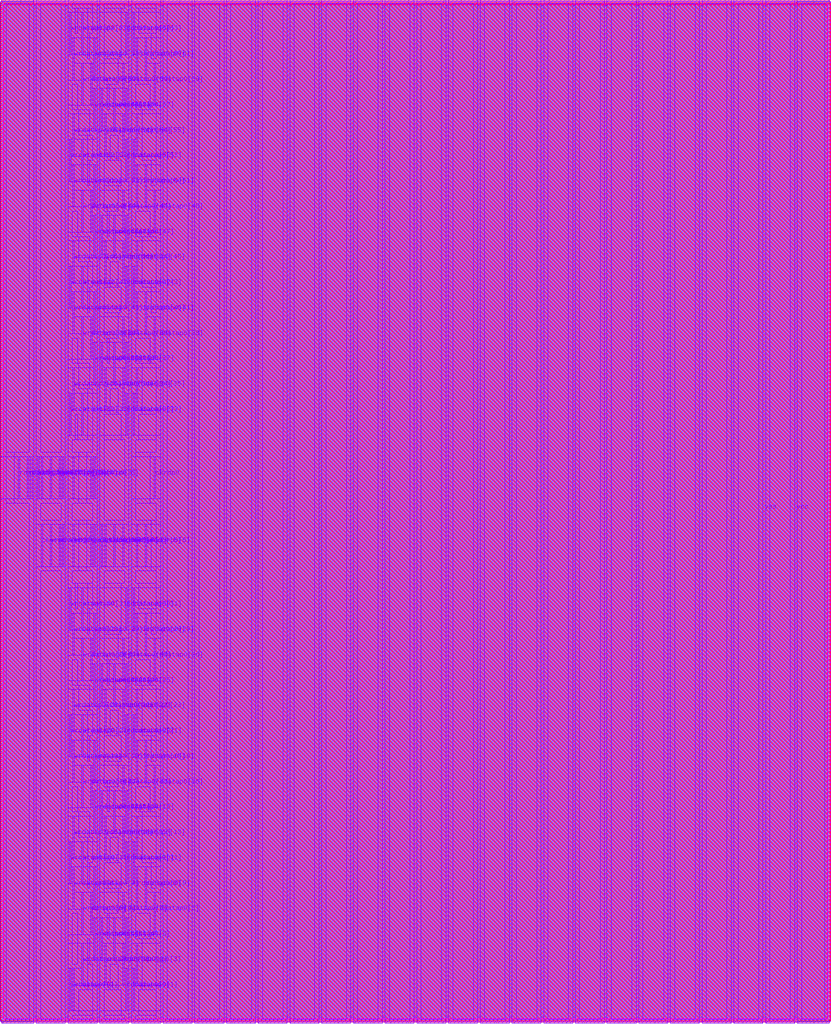
<source format=lef>
VERSION 5.8 ;
BUSBITCHARS "[]" ;
DIVIDERCHAR "/" ;

UNITS
  DATABASE MICRONS 4000 ;
END UNITS

PROPERTYDEFINITIONS
  MACRO hpml_layer STRING ;
  MACRO heml_layer STRING ;
END PROPERTYDEFINITIONS

MACRO arf062b128e1r1w0cbbehsaa4acw
  CLASS BLOCK ;
  FOREIGN arf062b128e1r1w0cbbehsaa4acw ;
  ORIGIN 0 0 ;
  SIZE 23.4 BY 28.8 ;
  PIN ckrdp0
    DIRECTION INPUT ;
    USE SIGNAL ;
    PORT
      LAYER m7 ;
        RECT 4.284 14.76 4.328 15.96 ;
    END
  END ckrdp0
  PIN ckwrp0
    DIRECTION INPUT ;
    USE SIGNAL ;
    PORT
      LAYER m7 ;
        RECT 1.072 12.84 1.116 14.04 ;
    END
  END ckwrp0
  PIN rdaddrp0[0]
    DIRECTION INPUT ;
    USE SIGNAL ;
    PORT
      LAYER m7 ;
        RECT 1.072 14.76 1.116 15.96 ;
    END
  END rdaddrp0[0]
  PIN rdaddrp0[1]
    DIRECTION INPUT ;
    USE SIGNAL ;
    PORT
      LAYER m7 ;
        RECT 1.328 14.76 1.372 15.96 ;
    END
  END rdaddrp0[1]
  PIN rdaddrp0[2]
    DIRECTION INPUT ;
    USE SIGNAL ;
    PORT
      LAYER m7 ;
        RECT 1.584 14.76 1.628 15.96 ;
    END
  END rdaddrp0[2]
  PIN rdaddrp0[3]
    DIRECTION INPUT ;
    USE SIGNAL ;
    PORT
      LAYER m7 ;
        RECT 1.672 14.76 1.716 15.96 ;
    END
  END rdaddrp0[3]
  PIN rdaddrp0[4]
    DIRECTION INPUT ;
    USE SIGNAL ;
    PORT
      LAYER m7 ;
        RECT 1.972 14.76 2.016 15.96 ;
    END
  END rdaddrp0[4]
  PIN rdaddrp0[5]
    DIRECTION INPUT ;
    USE SIGNAL ;
    PORT
      LAYER m7 ;
        RECT 2.484 14.76 2.528 15.96 ;
    END
  END rdaddrp0[5]
  PIN rdaddrp0[6]
    DIRECTION INPUT ;
    USE SIGNAL ;
    PORT
      LAYER m7 ;
        RECT 2.572 14.76 2.616 15.96 ;
    END
  END rdaddrp0[6]
  PIN rdaddrp0_fd
    DIRECTION INPUT ;
    USE SIGNAL ;
    PORT
      LAYER m7 ;
        RECT 0.428 14.76 0.472 15.96 ;
    END
  END rdaddrp0_fd
  PIN rdaddrp0_rd
    DIRECTION INPUT ;
    USE SIGNAL ;
    PORT
      LAYER m7 ;
        RECT 0.684 14.76 0.728 15.96 ;
    END
  END rdaddrp0_rd
  PIN rdenp0
    DIRECTION INPUT ;
    USE SIGNAL ;
    PORT
      LAYER m7 ;
        RECT 0.772 14.76 0.816 15.96 ;
    END
  END rdenp0
  PIN sdl_initp0
    DIRECTION INPUT ;
    USE SIGNAL ;
    PORT
      LAYER m7 ;
        RECT 0.984 14.76 1.028 15.96 ;
    END
  END sdl_initp0
  PIN wraddrp0[0]
    DIRECTION INPUT ;
    USE SIGNAL ;
    PORT
      LAYER m7 ;
        RECT 2.572 12.84 2.616 14.04 ;
    END
  END wraddrp0[0]
  PIN wraddrp0[1]
    DIRECTION INPUT ;
    USE SIGNAL ;
    PORT
      LAYER m7 ;
        RECT 2.784 12.84 2.828 14.04 ;
    END
  END wraddrp0[1]
  PIN wraddrp0[2]
    DIRECTION INPUT ;
    USE SIGNAL ;
    PORT
      LAYER m7 ;
        RECT 2.872 12.84 2.916 14.04 ;
    END
  END wraddrp0[2]
  PIN wraddrp0[3]
    DIRECTION INPUT ;
    USE SIGNAL ;
    PORT
      LAYER m7 ;
        RECT 3.128 12.84 3.172 14.04 ;
    END
  END wraddrp0[3]
  PIN wraddrp0[4]
    DIRECTION INPUT ;
    USE SIGNAL ;
    PORT
      LAYER m7 ;
        RECT 3.384 12.84 3.428 14.04 ;
    END
  END wraddrp0[4]
  PIN wraddrp0[5]
    DIRECTION INPUT ;
    USE SIGNAL ;
    PORT
      LAYER m7 ;
        RECT 3.772 12.84 3.816 14.04 ;
    END
  END wraddrp0[5]
  PIN wraddrp0[6]
    DIRECTION INPUT ;
    USE SIGNAL ;
    PORT
      LAYER m7 ;
        RECT 4.028 12.84 4.072 14.04 ;
    END
  END wraddrp0[6]
  PIN wraddrp0_fd
    DIRECTION INPUT ;
    USE SIGNAL ;
    PORT
      LAYER m7 ;
        RECT 1.328 12.84 1.372 14.04 ;
    END
  END wraddrp0_fd
  PIN wraddrp0_rd
    DIRECTION INPUT ;
    USE SIGNAL ;
    PORT
      LAYER m7 ;
        RECT 1.584 12.84 1.628 14.04 ;
    END
  END wraddrp0_rd
  PIN wrdatap0[0]
    DIRECTION INPUT ;
    USE SIGNAL ;
    PORT
      LAYER m7 ;
        RECT 1.884 0.24 1.928 1.44 ;
    END
  END wrdatap0[0]
  PIN wrdatap0[10]
    DIRECTION INPUT ;
    USE SIGNAL ;
    PORT
      LAYER m7 ;
        RECT 1.884 3.84 1.928 5.04 ;
    END
  END wrdatap0[10]
  PIN wrdatap0[11]
    DIRECTION INPUT ;
    USE SIGNAL ;
    PORT
      LAYER m7 ;
        RECT 2.228 3.84 2.272 5.04 ;
    END
  END wrdatap0[11]
  PIN wrdatap0[12]
    DIRECTION INPUT ;
    USE SIGNAL ;
    PORT
      LAYER m7 ;
        RECT 2.872 4.56 2.916 5.76 ;
    END
  END wrdatap0[12]
  PIN wrdatap0[13]
    DIRECTION INPUT ;
    USE SIGNAL ;
    PORT
      LAYER m7 ;
        RECT 1.972 4.56 2.016 5.76 ;
    END
  END wrdatap0[13]
  PIN wrdatap0[14]
    DIRECTION INPUT ;
    USE SIGNAL ;
    PORT
      LAYER m7 ;
        RECT 2.572 5.28 2.616 6.48 ;
    END
  END wrdatap0[14]
  PIN wrdatap0[15]
    DIRECTION INPUT ;
    USE SIGNAL ;
    PORT
      LAYER m7 ;
        RECT 2.784 5.28 2.828 6.48 ;
    END
  END wrdatap0[15]
  PIN wrdatap0[16]
    DIRECTION INPUT ;
    USE SIGNAL ;
    PORT
      LAYER m7 ;
        RECT 2.228 6 2.272 7.2 ;
    END
  END wrdatap0[16]
  PIN wrdatap0[17]
    DIRECTION INPUT ;
    USE SIGNAL ;
    PORT
      LAYER m7 ;
        RECT 2.484 6 2.528 7.2 ;
    END
  END wrdatap0[17]
  PIN wrdatap0[18]
    DIRECTION INPUT ;
    USE SIGNAL ;
    PORT
      LAYER m7 ;
        RECT 1.972 6.72 2.016 7.92 ;
    END
  END wrdatap0[18]
  PIN wrdatap0[19]
    DIRECTION INPUT ;
    USE SIGNAL ;
    PORT
      LAYER m7 ;
        RECT 2.572 6.72 2.616 7.92 ;
    END
  END wrdatap0[19]
  PIN wrdatap0[1]
    DIRECTION INPUT ;
    USE SIGNAL ;
    PORT
      LAYER m7 ;
        RECT 1.972 0.24 2.016 1.44 ;
    END
  END wrdatap0[1]
  PIN wrdatap0[20]
    DIRECTION INPUT ;
    USE SIGNAL ;
    PORT
      LAYER m7 ;
        RECT 1.884 7.44 1.928 8.64 ;
    END
  END wrdatap0[20]
  PIN wrdatap0[21]
    DIRECTION INPUT ;
    USE SIGNAL ;
    PORT
      LAYER m7 ;
        RECT 2.228 7.44 2.272 8.64 ;
    END
  END wrdatap0[21]
  PIN wrdatap0[22]
    DIRECTION INPUT ;
    USE SIGNAL ;
    PORT
      LAYER m7 ;
        RECT 2.872 8.16 2.916 9.36 ;
    END
  END wrdatap0[22]
  PIN wrdatap0[23]
    DIRECTION INPUT ;
    USE SIGNAL ;
    PORT
      LAYER m7 ;
        RECT 1.972 8.16 2.016 9.36 ;
    END
  END wrdatap0[23]
  PIN wrdatap0[24]
    DIRECTION INPUT ;
    USE SIGNAL ;
    PORT
      LAYER m7 ;
        RECT 2.572 8.88 2.616 10.08 ;
    END
  END wrdatap0[24]
  PIN wrdatap0[25]
    DIRECTION INPUT ;
    USE SIGNAL ;
    PORT
      LAYER m7 ;
        RECT 2.784 8.88 2.828 10.08 ;
    END
  END wrdatap0[25]
  PIN wrdatap0[26]
    DIRECTION INPUT ;
    USE SIGNAL ;
    PORT
      LAYER m7 ;
        RECT 2.228 9.6 2.272 10.8 ;
    END
  END wrdatap0[26]
  PIN wrdatap0[27]
    DIRECTION INPUT ;
    USE SIGNAL ;
    PORT
      LAYER m7 ;
        RECT 2.484 9.6 2.528 10.8 ;
    END
  END wrdatap0[27]
  PIN wrdatap0[28]
    DIRECTION INPUT ;
    USE SIGNAL ;
    PORT
      LAYER m7 ;
        RECT 1.972 10.32 2.016 11.52 ;
    END
  END wrdatap0[28]
  PIN wrdatap0[29]
    DIRECTION INPUT ;
    USE SIGNAL ;
    PORT
      LAYER m7 ;
        RECT 2.572 10.32 2.616 11.52 ;
    END
  END wrdatap0[29]
  PIN wrdatap0[2]
    DIRECTION INPUT ;
    USE SIGNAL ;
    PORT
      LAYER m7 ;
        RECT 2.872 0.96 2.916 2.16 ;
    END
  END wrdatap0[2]
  PIN wrdatap0[30]
    DIRECTION INPUT ;
    USE SIGNAL ;
    PORT
      LAYER m7 ;
        RECT 1.884 11.04 1.928 12.24 ;
    END
  END wrdatap0[30]
  PIN wrdatap0[31]
    DIRECTION INPUT ;
    USE SIGNAL ;
    PORT
      LAYER m7 ;
        RECT 2.228 11.04 2.272 12.24 ;
    END
  END wrdatap0[31]
  PIN wrdatap0[32]
    DIRECTION INPUT ;
    USE SIGNAL ;
    PORT
      LAYER m7 ;
        RECT 1.884 16.56 1.928 17.76 ;
    END
  END wrdatap0[32]
  PIN wrdatap0[33]
    DIRECTION INPUT ;
    USE SIGNAL ;
    PORT
      LAYER m7 ;
        RECT 2.228 16.56 2.272 17.76 ;
    END
  END wrdatap0[33]
  PIN wrdatap0[34]
    DIRECTION INPUT ;
    USE SIGNAL ;
    PORT
      LAYER m7 ;
        RECT 2.872 17.28 2.916 18.48 ;
    END
  END wrdatap0[34]
  PIN wrdatap0[35]
    DIRECTION INPUT ;
    USE SIGNAL ;
    PORT
      LAYER m7 ;
        RECT 1.972 17.28 2.016 18.48 ;
    END
  END wrdatap0[35]
  PIN wrdatap0[36]
    DIRECTION INPUT ;
    USE SIGNAL ;
    PORT
      LAYER m7 ;
        RECT 2.572 18 2.616 19.2 ;
    END
  END wrdatap0[36]
  PIN wrdatap0[37]
    DIRECTION INPUT ;
    USE SIGNAL ;
    PORT
      LAYER m7 ;
        RECT 2.784 18 2.828 19.2 ;
    END
  END wrdatap0[37]
  PIN wrdatap0[38]
    DIRECTION INPUT ;
    USE SIGNAL ;
    PORT
      LAYER m7 ;
        RECT 2.228 18.72 2.272 19.92 ;
    END
  END wrdatap0[38]
  PIN wrdatap0[39]
    DIRECTION INPUT ;
    USE SIGNAL ;
    PORT
      LAYER m7 ;
        RECT 2.484 18.72 2.528 19.92 ;
    END
  END wrdatap0[39]
  PIN wrdatap0[3]
    DIRECTION INPUT ;
    USE SIGNAL ;
    PORT
      LAYER m7 ;
        RECT 2.228 0.96 2.272 2.16 ;
    END
  END wrdatap0[3]
  PIN wrdatap0[40]
    DIRECTION INPUT ;
    USE SIGNAL ;
    PORT
      LAYER m7 ;
        RECT 1.972 19.44 2.016 20.64 ;
    END
  END wrdatap0[40]
  PIN wrdatap0[41]
    DIRECTION INPUT ;
    USE SIGNAL ;
    PORT
      LAYER m7 ;
        RECT 2.572 19.44 2.616 20.64 ;
    END
  END wrdatap0[41]
  PIN wrdatap0[42]
    DIRECTION INPUT ;
    USE SIGNAL ;
    PORT
      LAYER m7 ;
        RECT 1.884 20.16 1.928 21.36 ;
    END
  END wrdatap0[42]
  PIN wrdatap0[43]
    DIRECTION INPUT ;
    USE SIGNAL ;
    PORT
      LAYER m7 ;
        RECT 2.228 20.16 2.272 21.36 ;
    END
  END wrdatap0[43]
  PIN wrdatap0[44]
    DIRECTION INPUT ;
    USE SIGNAL ;
    PORT
      LAYER m7 ;
        RECT 2.872 20.88 2.916 22.08 ;
    END
  END wrdatap0[44]
  PIN wrdatap0[45]
    DIRECTION INPUT ;
    USE SIGNAL ;
    PORT
      LAYER m7 ;
        RECT 1.972 20.88 2.016 22.08 ;
    END
  END wrdatap0[45]
  PIN wrdatap0[46]
    DIRECTION INPUT ;
    USE SIGNAL ;
    PORT
      LAYER m7 ;
        RECT 2.572 21.6 2.616 22.8 ;
    END
  END wrdatap0[46]
  PIN wrdatap0[47]
    DIRECTION INPUT ;
    USE SIGNAL ;
    PORT
      LAYER m7 ;
        RECT 2.784 21.6 2.828 22.8 ;
    END
  END wrdatap0[47]
  PIN wrdatap0[48]
    DIRECTION INPUT ;
    USE SIGNAL ;
    PORT
      LAYER m7 ;
        RECT 2.228 22.32 2.272 23.52 ;
    END
  END wrdatap0[48]
  PIN wrdatap0[49]
    DIRECTION INPUT ;
    USE SIGNAL ;
    PORT
      LAYER m7 ;
        RECT 2.484 22.32 2.528 23.52 ;
    END
  END wrdatap0[49]
  PIN wrdatap0[4]
    DIRECTION INPUT ;
    USE SIGNAL ;
    PORT
      LAYER m7 ;
        RECT 2.572 1.68 2.616 2.88 ;
    END
  END wrdatap0[4]
  PIN wrdatap0[50]
    DIRECTION INPUT ;
    USE SIGNAL ;
    PORT
      LAYER m7 ;
        RECT 1.972 23.04 2.016 24.24 ;
    END
  END wrdatap0[50]
  PIN wrdatap0[51]
    DIRECTION INPUT ;
    USE SIGNAL ;
    PORT
      LAYER m7 ;
        RECT 2.572 23.04 2.616 24.24 ;
    END
  END wrdatap0[51]
  PIN wrdatap0[52]
    DIRECTION INPUT ;
    USE SIGNAL ;
    PORT
      LAYER m7 ;
        RECT 1.884 23.76 1.928 24.96 ;
    END
  END wrdatap0[52]
  PIN wrdatap0[53]
    DIRECTION INPUT ;
    USE SIGNAL ;
    PORT
      LAYER m7 ;
        RECT 2.228 23.76 2.272 24.96 ;
    END
  END wrdatap0[53]
  PIN wrdatap0[54]
    DIRECTION INPUT ;
    USE SIGNAL ;
    PORT
      LAYER m7 ;
        RECT 2.872 24.48 2.916 25.68 ;
    END
  END wrdatap0[54]
  PIN wrdatap0[55]
    DIRECTION INPUT ;
    USE SIGNAL ;
    PORT
      LAYER m7 ;
        RECT 1.972 24.48 2.016 25.68 ;
    END
  END wrdatap0[55]
  PIN wrdatap0[56]
    DIRECTION INPUT ;
    USE SIGNAL ;
    PORT
      LAYER m7 ;
        RECT 2.572 25.2 2.616 26.4 ;
    END
  END wrdatap0[56]
  PIN wrdatap0[57]
    DIRECTION INPUT ;
    USE SIGNAL ;
    PORT
      LAYER m7 ;
        RECT 2.784 25.2 2.828 26.4 ;
    END
  END wrdatap0[57]
  PIN wrdatap0[58]
    DIRECTION INPUT ;
    USE SIGNAL ;
    PORT
      LAYER m7 ;
        RECT 2.228 25.92 2.272 27.12 ;
    END
  END wrdatap0[58]
  PIN wrdatap0[59]
    DIRECTION INPUT ;
    USE SIGNAL ;
    PORT
      LAYER m7 ;
        RECT 2.484 25.92 2.528 27.12 ;
    END
  END wrdatap0[59]
  PIN wrdatap0[5]
    DIRECTION INPUT ;
    USE SIGNAL ;
    PORT
      LAYER m7 ;
        RECT 2.784 1.68 2.828 2.88 ;
    END
  END wrdatap0[5]
  PIN wrdatap0[60]
    DIRECTION INPUT ;
    USE SIGNAL ;
    PORT
      LAYER m7 ;
        RECT 1.972 26.64 2.016 27.84 ;
    END
  END wrdatap0[60]
  PIN wrdatap0[61]
    DIRECTION INPUT ;
    USE SIGNAL ;
    PORT
      LAYER m7 ;
        RECT 2.572 26.64 2.616 27.84 ;
    END
  END wrdatap0[61]
  PIN wrdatap0[62]
    DIRECTION INPUT ;
    USE SIGNAL ;
    PORT
      LAYER m7 ;
        RECT 1.884 27.36 1.928 28.56 ;
    END
  END wrdatap0[62]
  PIN wrdatap0[63]
    DIRECTION INPUT ;
    USE SIGNAL ;
    PORT
      LAYER m7 ;
        RECT 2.228 27.36 2.272 28.56 ;
    END
  END wrdatap0[63]
  PIN wrdatap0[6]
    DIRECTION INPUT ;
    USE SIGNAL ;
    PORT
      LAYER m7 ;
        RECT 2.228 2.4 2.272 3.6 ;
    END
  END wrdatap0[6]
  PIN wrdatap0[7]
    DIRECTION INPUT ;
    USE SIGNAL ;
    PORT
      LAYER m7 ;
        RECT 2.484 2.4 2.528 3.6 ;
    END
  END wrdatap0[7]
  PIN wrdatap0[8]
    DIRECTION INPUT ;
    USE SIGNAL ;
    PORT
      LAYER m7 ;
        RECT 1.972 3.12 2.016 4.32 ;
    END
  END wrdatap0[8]
  PIN wrdatap0[9]
    DIRECTION INPUT ;
    USE SIGNAL ;
    PORT
      LAYER m7 ;
        RECT 2.572 3.12 2.616 4.32 ;
    END
  END wrdatap0[9]
  PIN wrdatap0_fd
    DIRECTION INPUT ;
    USE SIGNAL ;
    PORT
      LAYER m7 ;
        RECT 1.972 12.84 2.016 14.04 ;
    END
  END wrdatap0_fd
  PIN wrdatap0_rd
    DIRECTION INPUT ;
    USE SIGNAL ;
    PORT
      LAYER m7 ;
        RECT 2.484 12.84 2.528 14.04 ;
    END
  END wrdatap0_rd
  PIN wrenp0
    DIRECTION INPUT ;
    USE SIGNAL ;
    PORT
      LAYER m7 ;
        RECT 1.672 12.84 1.716 14.04 ;
    END
  END wrenp0
  PIN rddatap0[0]
    DIRECTION OUTPUT ;
    USE SIGNAL ;
    PORT
      LAYER m7 ;
        RECT 3.472 0.24 3.516 1.44 ;
    END
  END rddatap0[0]
  PIN rddatap0[10]
    DIRECTION OUTPUT ;
    USE SIGNAL ;
    PORT
      LAYER m7 ;
        RECT 3.472 3.84 3.516 5.04 ;
    END
  END rddatap0[10]
  PIN rddatap0[11]
    DIRECTION OUTPUT ;
    USE SIGNAL ;
    PORT
      LAYER m7 ;
        RECT 3.684 3.84 3.728 5.04 ;
    END
  END rddatap0[11]
  PIN rddatap0[12]
    DIRECTION OUTPUT ;
    USE SIGNAL ;
    PORT
      LAYER m7 ;
        RECT 3.384 4.56 3.428 5.76 ;
    END
  END rddatap0[12]
  PIN rddatap0[13]
    DIRECTION OUTPUT ;
    USE SIGNAL ;
    PORT
      LAYER m7 ;
        RECT 3.772 4.56 3.816 5.76 ;
    END
  END rddatap0[13]
  PIN rddatap0[14]
    DIRECTION OUTPUT ;
    USE SIGNAL ;
    PORT
      LAYER m7 ;
        RECT 3.128 5.28 3.172 6.48 ;
    END
  END rddatap0[14]
  PIN rddatap0[15]
    DIRECTION OUTPUT ;
    USE SIGNAL ;
    PORT
      LAYER m7 ;
        RECT 3.472 5.28 3.516 6.48 ;
    END
  END rddatap0[15]
  PIN rddatap0[16]
    DIRECTION OUTPUT ;
    USE SIGNAL ;
    PORT
      LAYER m7 ;
        RECT 4.284 6 4.328 7.2 ;
    END
  END rddatap0[16]
  PIN rddatap0[17]
    DIRECTION OUTPUT ;
    USE SIGNAL ;
    PORT
      LAYER m7 ;
        RECT 3.384 6 3.428 7.2 ;
    END
  END rddatap0[17]
  PIN rddatap0[18]
    DIRECTION OUTPUT ;
    USE SIGNAL ;
    PORT
      LAYER m7 ;
        RECT 3.772 6.72 3.816 7.92 ;
    END
  END rddatap0[18]
  PIN rddatap0[19]
    DIRECTION OUTPUT ;
    USE SIGNAL ;
    PORT
      LAYER m7 ;
        RECT 4.028 6.72 4.072 7.92 ;
    END
  END rddatap0[19]
  PIN rddatap0[1]
    DIRECTION OUTPUT ;
    USE SIGNAL ;
    PORT
      LAYER m7 ;
        RECT 3.684 0.24 3.728 1.44 ;
    END
  END rddatap0[1]
  PIN rddatap0[20]
    DIRECTION OUTPUT ;
    USE SIGNAL ;
    PORT
      LAYER m7 ;
        RECT 3.472 7.44 3.516 8.64 ;
    END
  END rddatap0[20]
  PIN rddatap0[21]
    DIRECTION OUTPUT ;
    USE SIGNAL ;
    PORT
      LAYER m7 ;
        RECT 3.684 7.44 3.728 8.64 ;
    END
  END rddatap0[21]
  PIN rddatap0[22]
    DIRECTION OUTPUT ;
    USE SIGNAL ;
    PORT
      LAYER m7 ;
        RECT 3.384 8.16 3.428 9.36 ;
    END
  END rddatap0[22]
  PIN rddatap0[23]
    DIRECTION OUTPUT ;
    USE SIGNAL ;
    PORT
      LAYER m7 ;
        RECT 3.772 8.16 3.816 9.36 ;
    END
  END rddatap0[23]
  PIN rddatap0[24]
    DIRECTION OUTPUT ;
    USE SIGNAL ;
    PORT
      LAYER m7 ;
        RECT 3.128 8.88 3.172 10.08 ;
    END
  END rddatap0[24]
  PIN rddatap0[25]
    DIRECTION OUTPUT ;
    USE SIGNAL ;
    PORT
      LAYER m7 ;
        RECT 3.472 8.88 3.516 10.08 ;
    END
  END rddatap0[25]
  PIN rddatap0[26]
    DIRECTION OUTPUT ;
    USE SIGNAL ;
    PORT
      LAYER m7 ;
        RECT 4.284 9.6 4.328 10.8 ;
    END
  END rddatap0[26]
  PIN rddatap0[27]
    DIRECTION OUTPUT ;
    USE SIGNAL ;
    PORT
      LAYER m7 ;
        RECT 3.384 9.6 3.428 10.8 ;
    END
  END rddatap0[27]
  PIN rddatap0[28]
    DIRECTION OUTPUT ;
    USE SIGNAL ;
    PORT
      LAYER m7 ;
        RECT 3.772 10.32 3.816 11.52 ;
    END
  END rddatap0[28]
  PIN rddatap0[29]
    DIRECTION OUTPUT ;
    USE SIGNAL ;
    PORT
      LAYER m7 ;
        RECT 4.028 10.32 4.072 11.52 ;
    END
  END rddatap0[29]
  PIN rddatap0[2]
    DIRECTION OUTPUT ;
    USE SIGNAL ;
    PORT
      LAYER m7 ;
        RECT 3.384 0.96 3.428 2.16 ;
    END
  END rddatap0[2]
  PIN rddatap0[30]
    DIRECTION OUTPUT ;
    USE SIGNAL ;
    PORT
      LAYER m7 ;
        RECT 3.472 11.04 3.516 12.24 ;
    END
  END rddatap0[30]
  PIN rddatap0[31]
    DIRECTION OUTPUT ;
    USE SIGNAL ;
    PORT
      LAYER m7 ;
        RECT 3.684 11.04 3.728 12.24 ;
    END
  END rddatap0[31]
  PIN rddatap0[32]
    DIRECTION OUTPUT ;
    USE SIGNAL ;
    PORT
      LAYER m7 ;
        RECT 3.472 16.56 3.516 17.76 ;
    END
  END rddatap0[32]
  PIN rddatap0[33]
    DIRECTION OUTPUT ;
    USE SIGNAL ;
    PORT
      LAYER m7 ;
        RECT 3.684 16.56 3.728 17.76 ;
    END
  END rddatap0[33]
  PIN rddatap0[34]
    DIRECTION OUTPUT ;
    USE SIGNAL ;
    PORT
      LAYER m7 ;
        RECT 3.384 17.28 3.428 18.48 ;
    END
  END rddatap0[34]
  PIN rddatap0[35]
    DIRECTION OUTPUT ;
    USE SIGNAL ;
    PORT
      LAYER m7 ;
        RECT 3.772 17.28 3.816 18.48 ;
    END
  END rddatap0[35]
  PIN rddatap0[36]
    DIRECTION OUTPUT ;
    USE SIGNAL ;
    PORT
      LAYER m7 ;
        RECT 3.128 18 3.172 19.2 ;
    END
  END rddatap0[36]
  PIN rddatap0[37]
    DIRECTION OUTPUT ;
    USE SIGNAL ;
    PORT
      LAYER m7 ;
        RECT 3.472 18 3.516 19.2 ;
    END
  END rddatap0[37]
  PIN rddatap0[38]
    DIRECTION OUTPUT ;
    USE SIGNAL ;
    PORT
      LAYER m7 ;
        RECT 4.284 18.72 4.328 19.92 ;
    END
  END rddatap0[38]
  PIN rddatap0[39]
    DIRECTION OUTPUT ;
    USE SIGNAL ;
    PORT
      LAYER m7 ;
        RECT 3.384 18.72 3.428 19.92 ;
    END
  END rddatap0[39]
  PIN rddatap0[3]
    DIRECTION OUTPUT ;
    USE SIGNAL ;
    PORT
      LAYER m7 ;
        RECT 3.772 0.96 3.816 2.16 ;
    END
  END rddatap0[3]
  PIN rddatap0[40]
    DIRECTION OUTPUT ;
    USE SIGNAL ;
    PORT
      LAYER m7 ;
        RECT 3.772 19.44 3.816 20.64 ;
    END
  END rddatap0[40]
  PIN rddatap0[41]
    DIRECTION OUTPUT ;
    USE SIGNAL ;
    PORT
      LAYER m7 ;
        RECT 4.028 19.44 4.072 20.64 ;
    END
  END rddatap0[41]
  PIN rddatap0[42]
    DIRECTION OUTPUT ;
    USE SIGNAL ;
    PORT
      LAYER m7 ;
        RECT 3.472 20.16 3.516 21.36 ;
    END
  END rddatap0[42]
  PIN rddatap0[43]
    DIRECTION OUTPUT ;
    USE SIGNAL ;
    PORT
      LAYER m7 ;
        RECT 3.684 20.16 3.728 21.36 ;
    END
  END rddatap0[43]
  PIN rddatap0[44]
    DIRECTION OUTPUT ;
    USE SIGNAL ;
    PORT
      LAYER m7 ;
        RECT 3.384 20.88 3.428 22.08 ;
    END
  END rddatap0[44]
  PIN rddatap0[45]
    DIRECTION OUTPUT ;
    USE SIGNAL ;
    PORT
      LAYER m7 ;
        RECT 3.772 20.88 3.816 22.08 ;
    END
  END rddatap0[45]
  PIN rddatap0[46]
    DIRECTION OUTPUT ;
    USE SIGNAL ;
    PORT
      LAYER m7 ;
        RECT 3.128 21.6 3.172 22.8 ;
    END
  END rddatap0[46]
  PIN rddatap0[47]
    DIRECTION OUTPUT ;
    USE SIGNAL ;
    PORT
      LAYER m7 ;
        RECT 3.472 21.6 3.516 22.8 ;
    END
  END rddatap0[47]
  PIN rddatap0[48]
    DIRECTION OUTPUT ;
    USE SIGNAL ;
    PORT
      LAYER m7 ;
        RECT 4.284 22.32 4.328 23.52 ;
    END
  END rddatap0[48]
  PIN rddatap0[49]
    DIRECTION OUTPUT ;
    USE SIGNAL ;
    PORT
      LAYER m7 ;
        RECT 3.384 22.32 3.428 23.52 ;
    END
  END rddatap0[49]
  PIN rddatap0[4]
    DIRECTION OUTPUT ;
    USE SIGNAL ;
    PORT
      LAYER m7 ;
        RECT 3.128 1.68 3.172 2.88 ;
    END
  END rddatap0[4]
  PIN rddatap0[50]
    DIRECTION OUTPUT ;
    USE SIGNAL ;
    PORT
      LAYER m7 ;
        RECT 3.772 23.04 3.816 24.24 ;
    END
  END rddatap0[50]
  PIN rddatap0[51]
    DIRECTION OUTPUT ;
    USE SIGNAL ;
    PORT
      LAYER m7 ;
        RECT 4.028 23.04 4.072 24.24 ;
    END
  END rddatap0[51]
  PIN rddatap0[52]
    DIRECTION OUTPUT ;
    USE SIGNAL ;
    PORT
      LAYER m7 ;
        RECT 3.472 23.76 3.516 24.96 ;
    END
  END rddatap0[52]
  PIN rddatap0[53]
    DIRECTION OUTPUT ;
    USE SIGNAL ;
    PORT
      LAYER m7 ;
        RECT 3.684 23.76 3.728 24.96 ;
    END
  END rddatap0[53]
  PIN rddatap0[54]
    DIRECTION OUTPUT ;
    USE SIGNAL ;
    PORT
      LAYER m7 ;
        RECT 3.384 24.48 3.428 25.68 ;
    END
  END rddatap0[54]
  PIN rddatap0[55]
    DIRECTION OUTPUT ;
    USE SIGNAL ;
    PORT
      LAYER m7 ;
        RECT 3.772 24.48 3.816 25.68 ;
    END
  END rddatap0[55]
  PIN rddatap0[56]
    DIRECTION OUTPUT ;
    USE SIGNAL ;
    PORT
      LAYER m7 ;
        RECT 3.128 25.2 3.172 26.4 ;
    END
  END rddatap0[56]
  PIN rddatap0[57]
    DIRECTION OUTPUT ;
    USE SIGNAL ;
    PORT
      LAYER m7 ;
        RECT 3.472 25.2 3.516 26.4 ;
    END
  END rddatap0[57]
  PIN rddatap0[58]
    DIRECTION OUTPUT ;
    USE SIGNAL ;
    PORT
      LAYER m7 ;
        RECT 4.284 25.92 4.328 27.12 ;
    END
  END rddatap0[58]
  PIN rddatap0[59]
    DIRECTION OUTPUT ;
    USE SIGNAL ;
    PORT
      LAYER m7 ;
        RECT 3.384 25.92 3.428 27.12 ;
    END
  END rddatap0[59]
  PIN rddatap0[5]
    DIRECTION OUTPUT ;
    USE SIGNAL ;
    PORT
      LAYER m7 ;
        RECT 3.472 1.68 3.516 2.88 ;
    END
  END rddatap0[5]
  PIN rddatap0[60]
    DIRECTION OUTPUT ;
    USE SIGNAL ;
    PORT
      LAYER m7 ;
        RECT 3.772 26.64 3.816 27.84 ;
    END
  END rddatap0[60]
  PIN rddatap0[61]
    DIRECTION OUTPUT ;
    USE SIGNAL ;
    PORT
      LAYER m7 ;
        RECT 4.028 26.64 4.072 27.84 ;
    END
  END rddatap0[61]
  PIN rddatap0[62]
    DIRECTION OUTPUT ;
    USE SIGNAL ;
    PORT
      LAYER m7 ;
        RECT 3.472 27.36 3.516 28.56 ;
    END
  END rddatap0[62]
  PIN rddatap0[63]
    DIRECTION OUTPUT ;
    USE SIGNAL ;
    PORT
      LAYER m7 ;
        RECT 3.684 27.36 3.728 28.56 ;
    END
  END rddatap0[63]
  PIN rddatap0[6]
    DIRECTION OUTPUT ;
    USE SIGNAL ;
    PORT
      LAYER m7 ;
        RECT 4.284 2.4 4.328 3.6 ;
    END
  END rddatap0[6]
  PIN rddatap0[7]
    DIRECTION OUTPUT ;
    USE SIGNAL ;
    PORT
      LAYER m7 ;
        RECT 3.384 2.4 3.428 3.6 ;
    END
  END rddatap0[7]
  PIN rddatap0[8]
    DIRECTION OUTPUT ;
    USE SIGNAL ;
    PORT
      LAYER m7 ;
        RECT 3.772 3.12 3.816 4.32 ;
    END
  END rddatap0[8]
  PIN rddatap0[9]
    DIRECTION OUTPUT ;
    USE SIGNAL ;
    PORT
      LAYER m7 ;
        RECT 4.028 3.12 4.072 4.32 ;
    END
  END rddatap0[9]
  PIN vcc
    DIRECTION INPUT ;
    USE POWER ;
    PORT
      LAYER m7 ;
        RECT 0.862 0.06 0.938 28.74 ;
        RECT 2.662 0.06 2.738 28.74 ;
        RECT 4.462 0.06 4.538 28.74 ;
        RECT 6.262 0.06 6.338 28.74 ;
        RECT 8.062 0.06 8.138 28.74 ;
        RECT 9.862 0.06 9.938 28.74 ;
        RECT 11.662 0.06 11.738 28.74 ;
        RECT 13.462 0.06 13.538 28.74 ;
        RECT 15.262 0.06 15.338 28.74 ;
        RECT 17.062 0.06 17.138 28.74 ;
        RECT 18.862 0.06 18.938 28.74 ;
        RECT 20.662 0.06 20.738 28.74 ;
        RECT 22.462 0.06 22.538 28.74 ;
    END
  END vcc
  PIN vss
    DIRECTION INOUT ;
    USE GROUND ;
    PORT
      LAYER m7 ;
        RECT 1.762 0.06 1.838 28.74 ;
        RECT 3.562 0.06 3.638 28.74 ;
        RECT 5.362 0.06 5.438 28.74 ;
        RECT 7.162 0.06 7.238 28.74 ;
        RECT 8.962 0.06 9.038 28.74 ;
        RECT 10.762 0.06 10.838 28.74 ;
        RECT 12.562 0.06 12.638 28.74 ;
        RECT 14.362 0.06 14.438 28.74 ;
        RECT 16.162 0.06 16.238 28.74 ;
        RECT 17.962 0.06 18.038 28.74 ;
        RECT 19.762 0.06 19.838 28.74 ;
        RECT 21.562 0.06 21.638 28.74 ;
    END
  END vss
  OBS
    LAYER m0 SPACING 0 ;
      RECT -0.016 -0.014 23.416 28.814 ;
    LAYER m1 SPACING 0 ;
      RECT -0.02 -0.02 23.42 28.82 ;
    LAYER m2 SPACING 0 ;
      RECT -0.0705 -0.038 23.4705 28.838 ;
    LAYER m3 SPACING 0 ;
      RECT -0.035 -0.07 23.435 28.87 ;
    LAYER m4 SPACING 0 ;
      RECT -0.07 -0.038 23.47 28.838 ;
    LAYER m5 SPACING 0 ;
      RECT -0.059 -0.09 23.459 28.89 ;
    LAYER m6 SPACING 0 ;
      RECT -0.09 -0.062 23.49 28.862 ;
    LAYER m7 SPACING 0 ;
      RECT 22.538 28.86 23.44 28.92 ;
      RECT 22.538 -0.06 23.492 28.86 ;
      RECT 22.538 -0.12 23.44 -0.06 ;
      RECT 21.638 -0.12 22.462 28.92 ;
      RECT 20.738 -0.12 21.562 28.92 ;
      RECT 19.838 -0.12 20.662 28.92 ;
      RECT 18.938 -0.12 19.762 28.92 ;
      RECT 18.038 -0.12 18.862 28.92 ;
      RECT 17.138 -0.12 17.962 28.92 ;
      RECT 16.238 -0.12 17.062 28.92 ;
      RECT 15.338 -0.12 16.162 28.92 ;
      RECT 14.438 -0.12 15.262 28.92 ;
      RECT 13.538 -0.12 14.362 28.92 ;
      RECT 12.638 -0.12 13.462 28.92 ;
      RECT 11.738 -0.12 12.562 28.92 ;
      RECT 10.838 -0.12 11.662 28.92 ;
      RECT 9.938 -0.12 10.762 28.92 ;
      RECT 9.038 -0.12 9.862 28.92 ;
      RECT 8.138 -0.12 8.962 28.92 ;
      RECT 7.238 -0.12 8.062 28.92 ;
      RECT 6.338 -0.12 7.162 28.92 ;
      RECT 5.438 -0.12 6.262 28.92 ;
      RECT 4.538 -0.12 5.362 28.92 ;
      RECT 3.638 28.56 4.462 28.92 ;
      RECT 3.728 27.84 4.462 28.56 ;
      RECT 3.638 27.36 3.684 28.56 ;
      RECT 3.728 27.36 3.772 27.84 ;
      RECT 4.072 27.12 4.462 27.84 ;
      RECT 3.816 26.64 4.028 27.84 ;
      RECT 3.638 26.64 3.772 27.36 ;
      RECT 4.072 26.64 4.284 27.12 ;
      RECT 4.328 25.92 4.462 27.12 ;
      RECT 3.638 25.92 4.284 26.64 ;
      RECT 3.638 25.68 4.462 25.92 ;
      RECT 3.638 24.96 3.772 25.68 ;
      RECT 3.816 24.48 4.462 25.68 ;
      RECT 3.728 24.48 3.772 24.96 ;
      RECT 3.728 24.24 4.462 24.48 ;
      RECT 3.638 23.76 3.684 24.96 ;
      RECT 3.728 23.76 3.772 24.24 ;
      RECT 4.072 23.52 4.462 24.24 ;
      RECT 3.816 23.04 4.028 24.24 ;
      RECT 3.638 23.04 3.772 23.76 ;
      RECT 4.072 23.04 4.284 23.52 ;
      RECT 4.328 22.32 4.462 23.52 ;
      RECT 3.638 22.32 4.284 23.04 ;
      RECT 3.638 22.08 4.462 22.32 ;
      RECT 3.638 21.36 3.772 22.08 ;
      RECT 3.816 20.88 4.462 22.08 ;
      RECT 3.728 20.88 3.772 21.36 ;
      RECT 3.728 20.64 4.462 20.88 ;
      RECT 3.638 20.16 3.684 21.36 ;
      RECT 3.728 20.16 3.772 20.64 ;
      RECT 4.072 19.92 4.462 20.64 ;
      RECT 3.816 19.44 4.028 20.64 ;
      RECT 3.638 19.44 3.772 20.16 ;
      RECT 4.072 19.44 4.284 19.92 ;
      RECT 4.328 18.72 4.462 19.92 ;
      RECT 3.638 18.72 4.284 19.44 ;
      RECT 3.638 18.48 4.462 18.72 ;
      RECT 3.638 17.76 3.772 18.48 ;
      RECT 3.816 17.28 4.462 18.48 ;
      RECT 3.728 17.28 3.772 17.76 ;
      RECT 3.638 16.56 3.684 17.76 ;
      RECT 3.728 16.56 4.462 17.28 ;
      RECT 3.638 15.96 4.462 16.56 ;
      RECT 3.638 14.76 4.284 15.96 ;
      RECT 4.328 14.76 4.462 15.96 ;
      RECT 3.638 14.04 4.462 14.76 ;
      RECT 3.638 12.84 3.772 14.04 ;
      RECT 3.816 12.84 4.028 14.04 ;
      RECT 4.072 12.84 4.462 14.04 ;
      RECT 3.638 12.24 4.462 12.84 ;
      RECT 3.728 11.52 4.462 12.24 ;
      RECT 3.638 11.04 3.684 12.24 ;
      RECT 3.728 11.04 3.772 11.52 ;
      RECT 4.072 10.8 4.462 11.52 ;
      RECT 3.816 10.32 4.028 11.52 ;
      RECT 3.638 10.32 3.772 11.04 ;
      RECT 4.072 10.32 4.284 10.8 ;
      RECT 4.328 9.6 4.462 10.8 ;
      RECT 3.638 9.6 4.284 10.32 ;
      RECT 3.638 9.36 4.462 9.6 ;
      RECT 3.638 8.64 3.772 9.36 ;
      RECT 3.816 8.16 4.462 9.36 ;
      RECT 3.728 8.16 3.772 8.64 ;
      RECT 3.728 7.92 4.462 8.16 ;
      RECT 3.638 7.44 3.684 8.64 ;
      RECT 3.728 7.44 3.772 7.92 ;
      RECT 4.072 7.2 4.462 7.92 ;
      RECT 3.816 6.72 4.028 7.92 ;
      RECT 3.638 6.72 3.772 7.44 ;
      RECT 4.072 6.72 4.284 7.2 ;
      RECT 4.328 6 4.462 7.2 ;
      RECT 3.638 6 4.284 6.72 ;
      RECT 3.638 5.76 4.462 6 ;
      RECT 3.638 5.04 3.772 5.76 ;
      RECT 3.816 4.56 4.462 5.76 ;
      RECT 3.728 4.56 3.772 5.04 ;
      RECT 3.728 4.32 4.462 4.56 ;
      RECT 3.638 3.84 3.684 5.04 ;
      RECT 3.728 3.84 3.772 4.32 ;
      RECT 4.072 3.6 4.462 4.32 ;
      RECT 3.816 3.12 4.028 4.32 ;
      RECT 3.638 3.12 3.772 3.84 ;
      RECT 4.072 3.12 4.284 3.6 ;
      RECT 4.328 2.4 4.462 3.6 ;
      RECT 3.638 2.4 4.284 3.12 ;
      RECT 3.638 2.16 4.462 2.4 ;
      RECT 3.638 1.44 3.772 2.16 ;
      RECT 3.816 0.96 4.462 2.16 ;
      RECT 3.728 0.96 3.772 1.44 ;
      RECT 3.638 0.24 3.684 1.44 ;
      RECT 3.728 0.24 4.462 0.96 ;
      RECT 3.638 -0.12 4.462 0.24 ;
      RECT 2.738 28.56 3.562 28.92 ;
      RECT 2.738 27.36 3.472 28.56 ;
      RECT 3.516 27.36 3.562 28.56 ;
      RECT 2.738 27.12 3.562 27.36 ;
      RECT 2.738 26.4 3.384 27.12 ;
      RECT 3.428 26.4 3.562 27.12 ;
      RECT 3.172 25.92 3.384 26.4 ;
      RECT 3.428 25.92 3.472 26.4 ;
      RECT 2.828 25.68 3.128 26.4 ;
      RECT 3.172 25.68 3.472 25.92 ;
      RECT 2.738 25.2 2.784 26.4 ;
      RECT 3.516 25.2 3.562 26.4 ;
      RECT 2.828 25.2 2.872 25.68 ;
      RECT 2.916 25.2 3.128 25.68 ;
      RECT 3.172 25.2 3.384 25.68 ;
      RECT 3.428 25.2 3.472 25.68 ;
      RECT 3.428 24.96 3.562 25.2 ;
      RECT 2.738 24.48 2.872 25.2 ;
      RECT 2.916 24.48 3.384 25.2 ;
      RECT 3.428 24.48 3.472 24.96 ;
      RECT 3.516 23.76 3.562 24.96 ;
      RECT 2.738 23.76 3.472 24.48 ;
      RECT 2.738 23.52 3.562 23.76 ;
      RECT 2.738 22.8 3.384 23.52 ;
      RECT 3.428 22.8 3.562 23.52 ;
      RECT 3.172 22.32 3.384 22.8 ;
      RECT 3.428 22.32 3.472 22.8 ;
      RECT 2.828 22.08 3.128 22.8 ;
      RECT 3.172 22.08 3.472 22.32 ;
      RECT 2.738 21.6 2.784 22.8 ;
      RECT 3.516 21.6 3.562 22.8 ;
      RECT 2.828 21.6 2.872 22.08 ;
      RECT 2.916 21.6 3.128 22.08 ;
      RECT 3.172 21.6 3.384 22.08 ;
      RECT 3.428 21.6 3.472 22.08 ;
      RECT 3.428 21.36 3.562 21.6 ;
      RECT 2.738 20.88 2.872 21.6 ;
      RECT 2.916 20.88 3.384 21.6 ;
      RECT 3.428 20.88 3.472 21.36 ;
      RECT 3.516 20.16 3.562 21.36 ;
      RECT 2.738 20.16 3.472 20.88 ;
      RECT 2.738 19.92 3.562 20.16 ;
      RECT 2.738 19.2 3.384 19.92 ;
      RECT 3.428 19.2 3.562 19.92 ;
      RECT 3.172 18.72 3.384 19.2 ;
      RECT 3.428 18.72 3.472 19.2 ;
      RECT 2.828 18.48 3.128 19.2 ;
      RECT 3.172 18.48 3.472 18.72 ;
      RECT 2.738 18 2.784 19.2 ;
      RECT 3.516 18 3.562 19.2 ;
      RECT 2.828 18 2.872 18.48 ;
      RECT 2.916 18 3.128 18.48 ;
      RECT 3.172 18 3.384 18.48 ;
      RECT 3.428 18 3.472 18.48 ;
      RECT 3.428 17.76 3.562 18 ;
      RECT 2.738 17.28 2.872 18 ;
      RECT 2.916 17.28 3.384 18 ;
      RECT 3.428 17.28 3.472 17.76 ;
      RECT 3.516 16.56 3.562 17.76 ;
      RECT 2.738 16.56 3.472 17.28 ;
      RECT 2.738 14.04 3.562 16.56 ;
      RECT 2.738 12.84 2.784 14.04 ;
      RECT 2.828 12.84 2.872 14.04 ;
      RECT 2.916 12.84 3.128 14.04 ;
      RECT 3.172 12.84 3.384 14.04 ;
      RECT 3.428 12.84 3.562 14.04 ;
      RECT 2.738 12.24 3.562 12.84 ;
      RECT 2.738 11.04 3.472 12.24 ;
      RECT 3.516 11.04 3.562 12.24 ;
      RECT 2.738 10.8 3.562 11.04 ;
      RECT 2.738 10.08 3.384 10.8 ;
      RECT 3.428 10.08 3.562 10.8 ;
      RECT 3.172 9.6 3.384 10.08 ;
      RECT 3.428 9.6 3.472 10.08 ;
      RECT 2.828 9.36 3.128 10.08 ;
      RECT 3.172 9.36 3.472 9.6 ;
      RECT 2.738 8.88 2.784 10.08 ;
      RECT 3.516 8.88 3.562 10.08 ;
      RECT 2.828 8.88 2.872 9.36 ;
      RECT 2.916 8.88 3.128 9.36 ;
      RECT 3.172 8.88 3.384 9.36 ;
      RECT 3.428 8.88 3.472 9.36 ;
      RECT 3.428 8.64 3.562 8.88 ;
      RECT 2.738 8.16 2.872 8.88 ;
      RECT 2.916 8.16 3.384 8.88 ;
      RECT 3.428 8.16 3.472 8.64 ;
      RECT 3.516 7.44 3.562 8.64 ;
      RECT 2.738 7.44 3.472 8.16 ;
      RECT 2.738 7.2 3.562 7.44 ;
      RECT 2.738 6.48 3.384 7.2 ;
      RECT 3.428 6.48 3.562 7.2 ;
      RECT 3.172 6 3.384 6.48 ;
      RECT 3.428 6 3.472 6.48 ;
      RECT 2.828 5.76 3.128 6.48 ;
      RECT 3.172 5.76 3.472 6 ;
      RECT 2.738 5.28 2.784 6.48 ;
      RECT 3.516 5.28 3.562 6.48 ;
      RECT 2.828 5.28 2.872 5.76 ;
      RECT 2.916 5.28 3.128 5.76 ;
      RECT 3.172 5.28 3.384 5.76 ;
      RECT 3.428 5.28 3.472 5.76 ;
      RECT 3.428 5.04 3.562 5.28 ;
      RECT 2.738 4.56 2.872 5.28 ;
      RECT 2.916 4.56 3.384 5.28 ;
      RECT 3.428 4.56 3.472 5.04 ;
      RECT 3.516 3.84 3.562 5.04 ;
      RECT 2.738 3.84 3.472 4.56 ;
      RECT 2.738 3.6 3.562 3.84 ;
      RECT 2.738 2.88 3.384 3.6 ;
      RECT 3.428 2.88 3.562 3.6 ;
      RECT 3.172 2.4 3.384 2.88 ;
      RECT 3.428 2.4 3.472 2.88 ;
      RECT 2.828 2.16 3.128 2.88 ;
      RECT 3.172 2.16 3.472 2.4 ;
      RECT 2.738 1.68 2.784 2.88 ;
      RECT 3.516 1.68 3.562 2.88 ;
      RECT 2.828 1.68 2.872 2.16 ;
      RECT 2.916 1.68 3.128 2.16 ;
      RECT 3.172 1.68 3.384 2.16 ;
      RECT 3.428 1.68 3.472 2.16 ;
      RECT 3.428 1.44 3.562 1.68 ;
      RECT 2.738 0.96 2.872 1.68 ;
      RECT 2.916 0.96 3.384 1.68 ;
      RECT 3.428 0.96 3.472 1.44 ;
      RECT 3.516 0.24 3.562 1.44 ;
      RECT 2.738 0.24 3.472 0.96 ;
      RECT 2.738 -0.12 3.562 0.24 ;
      RECT 1.838 28.56 2.662 28.92 ;
      RECT 1.928 27.84 2.228 28.56 ;
      RECT 2.272 27.84 2.662 28.56 ;
      RECT 1.838 27.36 1.884 28.56 ;
      RECT 1.928 27.36 1.972 27.84 ;
      RECT 2.016 27.36 2.228 27.84 ;
      RECT 2.272 27.36 2.572 27.84 ;
      RECT 2.016 27.12 2.572 27.36 ;
      RECT 2.616 26.64 2.662 27.84 ;
      RECT 1.838 26.64 1.972 27.36 ;
      RECT 2.016 26.64 2.228 27.12 ;
      RECT 2.528 26.64 2.572 27.12 ;
      RECT 2.528 26.4 2.662 26.64 ;
      RECT 2.272 25.92 2.484 27.12 ;
      RECT 1.838 25.92 2.228 26.64 ;
      RECT 2.528 25.92 2.572 26.4 ;
      RECT 1.838 25.68 2.572 25.92 ;
      RECT 2.616 25.2 2.662 26.4 ;
      RECT 2.016 25.2 2.572 25.68 ;
      RECT 1.838 24.96 1.972 25.68 ;
      RECT 2.016 24.96 2.662 25.2 ;
      RECT 1.928 24.48 1.972 24.96 ;
      RECT 2.016 24.48 2.228 24.96 ;
      RECT 2.272 24.24 2.662 24.96 ;
      RECT 1.928 24.24 2.228 24.48 ;
      RECT 1.838 23.76 1.884 24.96 ;
      RECT 1.928 23.76 1.972 24.24 ;
      RECT 2.016 23.76 2.228 24.24 ;
      RECT 2.272 23.76 2.572 24.24 ;
      RECT 2.016 23.52 2.572 23.76 ;
      RECT 2.616 23.04 2.662 24.24 ;
      RECT 1.838 23.04 1.972 23.76 ;
      RECT 2.016 23.04 2.228 23.52 ;
      RECT 2.528 23.04 2.572 23.52 ;
      RECT 2.528 22.8 2.662 23.04 ;
      RECT 2.272 22.32 2.484 23.52 ;
      RECT 1.838 22.32 2.228 23.04 ;
      RECT 2.528 22.32 2.572 22.8 ;
      RECT 1.838 22.08 2.572 22.32 ;
      RECT 2.616 21.6 2.662 22.8 ;
      RECT 2.016 21.6 2.572 22.08 ;
      RECT 1.838 21.36 1.972 22.08 ;
      RECT 2.016 21.36 2.662 21.6 ;
      RECT 1.928 20.88 1.972 21.36 ;
      RECT 2.016 20.88 2.228 21.36 ;
      RECT 2.272 20.64 2.662 21.36 ;
      RECT 1.928 20.64 2.228 20.88 ;
      RECT 1.838 20.16 1.884 21.36 ;
      RECT 1.928 20.16 1.972 20.64 ;
      RECT 2.016 20.16 2.228 20.64 ;
      RECT 2.272 20.16 2.572 20.64 ;
      RECT 2.016 19.92 2.572 20.16 ;
      RECT 2.616 19.44 2.662 20.64 ;
      RECT 1.838 19.44 1.972 20.16 ;
      RECT 2.016 19.44 2.228 19.92 ;
      RECT 2.528 19.44 2.572 19.92 ;
      RECT 2.528 19.2 2.662 19.44 ;
      RECT 2.272 18.72 2.484 19.92 ;
      RECT 1.838 18.72 2.228 19.44 ;
      RECT 2.528 18.72 2.572 19.2 ;
      RECT 1.838 18.48 2.572 18.72 ;
      RECT 2.616 18 2.662 19.2 ;
      RECT 2.016 18 2.572 18.48 ;
      RECT 1.838 17.76 1.972 18.48 ;
      RECT 2.016 17.76 2.662 18 ;
      RECT 1.928 17.28 1.972 17.76 ;
      RECT 2.016 17.28 2.228 17.76 ;
      RECT 1.838 16.56 1.884 17.76 ;
      RECT 2.272 16.56 2.662 17.76 ;
      RECT 1.928 16.56 2.228 17.28 ;
      RECT 1.838 15.96 2.662 16.56 ;
      RECT 1.838 14.76 1.972 15.96 ;
      RECT 2.016 14.76 2.484 15.96 ;
      RECT 2.528 14.76 2.572 15.96 ;
      RECT 2.616 14.76 2.662 15.96 ;
      RECT 1.838 14.04 2.662 14.76 ;
      RECT 1.838 12.84 1.972 14.04 ;
      RECT 2.016 12.84 2.484 14.04 ;
      RECT 2.528 12.84 2.572 14.04 ;
      RECT 2.616 12.84 2.662 14.04 ;
      RECT 1.838 12.24 2.662 12.84 ;
      RECT 1.928 11.52 2.228 12.24 ;
      RECT 2.272 11.52 2.662 12.24 ;
      RECT 1.838 11.04 1.884 12.24 ;
      RECT 1.928 11.04 1.972 11.52 ;
      RECT 2.016 11.04 2.228 11.52 ;
      RECT 2.272 11.04 2.572 11.52 ;
      RECT 2.016 10.8 2.572 11.04 ;
      RECT 2.616 10.32 2.662 11.52 ;
      RECT 1.838 10.32 1.972 11.04 ;
      RECT 2.016 10.32 2.228 10.8 ;
      RECT 2.528 10.32 2.572 10.8 ;
      RECT 2.528 10.08 2.662 10.32 ;
      RECT 2.272 9.6 2.484 10.8 ;
      RECT 1.838 9.6 2.228 10.32 ;
      RECT 2.528 9.6 2.572 10.08 ;
      RECT 1.838 9.36 2.572 9.6 ;
      RECT 2.616 8.88 2.662 10.08 ;
      RECT 2.016 8.88 2.572 9.36 ;
      RECT 1.838 8.64 1.972 9.36 ;
      RECT 2.016 8.64 2.662 8.88 ;
      RECT 1.928 8.16 1.972 8.64 ;
      RECT 2.016 8.16 2.228 8.64 ;
      RECT 2.272 7.92 2.662 8.64 ;
      RECT 1.928 7.92 2.228 8.16 ;
      RECT 1.838 7.44 1.884 8.64 ;
      RECT 1.928 7.44 1.972 7.92 ;
      RECT 2.016 7.44 2.228 7.92 ;
      RECT 2.272 7.44 2.572 7.92 ;
      RECT 2.016 7.2 2.572 7.44 ;
      RECT 2.616 6.72 2.662 7.92 ;
      RECT 1.838 6.72 1.972 7.44 ;
      RECT 2.016 6.72 2.228 7.2 ;
      RECT 2.528 6.72 2.572 7.2 ;
      RECT 2.528 6.48 2.662 6.72 ;
      RECT 2.272 6 2.484 7.2 ;
      RECT 1.838 6 2.228 6.72 ;
      RECT 2.528 6 2.572 6.48 ;
      RECT 1.838 5.76 2.572 6 ;
      RECT 2.616 5.28 2.662 6.48 ;
      RECT 2.016 5.28 2.572 5.76 ;
      RECT 1.838 5.04 1.972 5.76 ;
      RECT 2.016 5.04 2.662 5.28 ;
      RECT 1.928 4.56 1.972 5.04 ;
      RECT 2.016 4.56 2.228 5.04 ;
      RECT 2.272 4.32 2.662 5.04 ;
      RECT 1.928 4.32 2.228 4.56 ;
      RECT 1.838 3.84 1.884 5.04 ;
      RECT 1.928 3.84 1.972 4.32 ;
      RECT 2.016 3.84 2.228 4.32 ;
      RECT 2.272 3.84 2.572 4.32 ;
      RECT 2.016 3.6 2.572 3.84 ;
      RECT 2.616 3.12 2.662 4.32 ;
      RECT 1.838 3.12 1.972 3.84 ;
      RECT 2.016 3.12 2.228 3.6 ;
      RECT 2.528 3.12 2.572 3.6 ;
      RECT 2.528 2.88 2.662 3.12 ;
      RECT 2.272 2.4 2.484 3.6 ;
      RECT 1.838 2.4 2.228 3.12 ;
      RECT 2.528 2.4 2.572 2.88 ;
      RECT 1.838 2.16 2.572 2.4 ;
      RECT 2.616 1.68 2.662 2.88 ;
      RECT 2.272 1.68 2.572 2.16 ;
      RECT 1.838 1.44 2.228 2.16 ;
      RECT 2.272 0.96 2.662 1.68 ;
      RECT 2.016 0.96 2.228 1.44 ;
      RECT 1.838 0.24 1.884 1.44 ;
      RECT 1.928 0.24 1.972 1.44 ;
      RECT 2.016 0.24 2.662 0.96 ;
      RECT 1.838 -0.12 2.662 0.24 ;
      RECT 0.938 15.96 1.762 28.92 ;
      RECT 0.938 14.76 0.984 15.96 ;
      RECT 1.028 14.76 1.072 15.96 ;
      RECT 1.116 14.76 1.328 15.96 ;
      RECT 1.372 14.76 1.584 15.96 ;
      RECT 1.628 14.76 1.672 15.96 ;
      RECT 1.716 14.76 1.762 15.96 ;
      RECT 0.938 14.04 1.762 14.76 ;
      RECT 0.938 12.84 1.072 14.04 ;
      RECT 1.116 12.84 1.328 14.04 ;
      RECT 1.372 12.84 1.584 14.04 ;
      RECT 1.628 12.84 1.672 14.04 ;
      RECT 1.716 12.84 1.762 14.04 ;
      RECT 0.938 -0.12 1.762 12.84 ;
      RECT -0.04 28.86 0.862 28.92 ;
      RECT -0.092 15.96 0.862 28.86 ;
      RECT -0.092 14.76 0.428 15.96 ;
      RECT 0.472 14.76 0.684 15.96 ;
      RECT 0.728 14.76 0.772 15.96 ;
      RECT 0.816 14.76 0.862 15.96 ;
      RECT -0.092 -0.06 0.862 14.76 ;
      RECT -0.04 -0.12 0.862 -0.06 ;
    LAYER m7 ;
      RECT 22.658 0 23.32 28.8 ;
      RECT 21.758 0 22.342 28.8 ;
      RECT 20.858 0 21.442 28.8 ;
      RECT 19.958 0 20.542 28.8 ;
      RECT 19.058 0 19.642 28.8 ;
      RECT 18.158 0 18.742 28.8 ;
      RECT 17.258 0 17.842 28.8 ;
      RECT 16.358 0 16.942 28.8 ;
      RECT 15.458 0 16.042 28.8 ;
      RECT 14.558 0 15.142 28.8 ;
      RECT 13.658 0 14.242 28.8 ;
      RECT 12.758 0 13.342 28.8 ;
      RECT 11.858 0 12.442 28.8 ;
      RECT 10.958 0 11.542 28.8 ;
      RECT 10.058 0 10.642 28.8 ;
      RECT 9.158 0 9.742 28.8 ;
      RECT 8.258 0 8.842 28.8 ;
      RECT 7.358 0 7.942 28.8 ;
      RECT 6.458 0 7.042 28.8 ;
      RECT 5.558 0 6.142 28.8 ;
      RECT 4.658 0 5.242 28.8 ;
      RECT 3.758 28.68 4.342 28.8 ;
      RECT 3.848 27.96 4.342 28.68 ;
      RECT 4.192 27.24 4.342 27.96 ;
      RECT 2.858 28.68 3.442 28.8 ;
      RECT 2.858 27.24 3.352 28.68 ;
      RECT 2.858 26.52 3.264 27.24 ;
      RECT 2.948 25.8 3.008 26.52 ;
      RECT 1.958 28.68 2.542 28.8 ;
      RECT 2.048 27.96 2.108 28.68 ;
      RECT 2.392 27.96 2.542 28.68 ;
      RECT 2.392 27.24 2.452 27.96 ;
      RECT 1.058 16.08 1.642 28.8 ;
      RECT 0.08 16.08 0.742 28.8 ;
      RECT 0.08 14.64 0.308 16.08 ;
      RECT 0.08 0 0.742 14.64 ;
      RECT 3.758 25.8 4.164 26.52 ;
      RECT 3.936 24.36 4.342 25.8 ;
      RECT 4.192 23.64 4.342 24.36 ;
      RECT 1.958 25.8 2.108 26.52 ;
      RECT 2.136 25.08 2.452 25.8 ;
      RECT 2.392 24.36 2.542 25.08 ;
      RECT 2.392 23.64 2.452 24.36 ;
      RECT 3.036 24.36 3.264 25.08 ;
      RECT 2.858 23.64 3.352 24.36 ;
      RECT 2.858 22.92 3.264 23.64 ;
      RECT 2.948 22.2 3.008 22.92 ;
      RECT 3.758 22.2 4.164 22.92 ;
      RECT 3.936 20.76 4.342 22.2 ;
      RECT 4.192 20.04 4.342 20.76 ;
      RECT 1.958 22.2 2.108 22.92 ;
      RECT 2.136 21.48 2.452 22.2 ;
      RECT 2.392 20.76 2.542 21.48 ;
      RECT 2.392 20.04 2.452 20.76 ;
      RECT 3.036 20.76 3.264 21.48 ;
      RECT 2.858 20.04 3.352 20.76 ;
      RECT 2.858 19.32 3.264 20.04 ;
      RECT 2.948 18.6 3.008 19.32 ;
      RECT 3.758 18.6 4.164 19.32 ;
      RECT 3.936 17.16 4.342 18.6 ;
      RECT 3.848 16.44 4.342 17.16 ;
      RECT 3.758 16.08 4.342 16.44 ;
      RECT 3.758 14.64 4.164 16.08 ;
      RECT 3.758 14.16 4.342 14.64 ;
      RECT 4.192 12.72 4.342 14.16 ;
      RECT 3.758 12.36 4.342 12.72 ;
      RECT 3.848 11.64 4.342 12.36 ;
      RECT 4.192 10.92 4.342 11.64 ;
      RECT 1.958 18.6 2.108 19.32 ;
      RECT 2.136 17.88 2.452 18.6 ;
      RECT 2.392 16.44 2.542 17.88 ;
      RECT 2.048 16.44 2.108 17.16 ;
      RECT 1.958 16.08 2.542 16.44 ;
      RECT 2.136 14.64 2.364 16.08 ;
      RECT 1.958 14.16 2.542 14.64 ;
      RECT 2.136 12.72 2.364 14.16 ;
      RECT 1.958 12.36 2.542 12.72 ;
      RECT 2.048 11.64 2.108 12.36 ;
      RECT 2.392 11.64 2.542 12.36 ;
      RECT 2.392 10.92 2.452 11.64 ;
      RECT 3.036 17.16 3.264 17.88 ;
      RECT 2.858 16.44 3.352 17.16 ;
      RECT 2.858 14.16 3.442 16.44 ;
      RECT 1.058 14.16 1.642 14.64 ;
      RECT 2.858 12.36 3.442 12.72 ;
      RECT 2.858 10.92 3.352 12.36 ;
      RECT 2.858 10.2 3.264 10.92 ;
      RECT 2.948 9.48 3.008 10.2 ;
      RECT 1.058 0 1.642 12.72 ;
      RECT 3.758 9.48 4.164 10.2 ;
      RECT 3.936 8.04 4.342 9.48 ;
      RECT 4.192 7.32 4.342 8.04 ;
      RECT 1.958 9.48 2.108 10.2 ;
      RECT 2.136 8.76 2.452 9.48 ;
      RECT 2.392 8.04 2.542 8.76 ;
      RECT 2.392 7.32 2.452 8.04 ;
      RECT 3.036 8.04 3.264 8.76 ;
      RECT 2.858 7.32 3.352 8.04 ;
      RECT 2.858 6.6 3.264 7.32 ;
      RECT 2.948 5.88 3.008 6.6 ;
      RECT 3.758 5.88 4.164 6.6 ;
      RECT 3.936 4.44 4.342 5.88 ;
      RECT 4.192 3.72 4.342 4.44 ;
      RECT 1.958 5.88 2.108 6.6 ;
      RECT 2.136 5.16 2.452 5.88 ;
      RECT 2.392 4.44 2.542 5.16 ;
      RECT 2.392 3.72 2.452 4.44 ;
      RECT 3.036 4.44 3.264 5.16 ;
      RECT 2.858 3.72 3.352 4.44 ;
      RECT 2.858 3 3.264 3.72 ;
      RECT 2.948 2.28 3.008 3 ;
      RECT 3.758 2.28 4.164 3 ;
      RECT 3.936 0.84 4.342 2.28 ;
      RECT 3.848 0.12 4.342 0.84 ;
      RECT 3.758 0 4.342 0.12 ;
      RECT 1.958 1.56 2.108 3 ;
      RECT 2.392 1.56 2.452 2.28 ;
      RECT 2.392 0.84 2.542 1.56 ;
      RECT 2.136 0.12 2.542 0.84 ;
      RECT 1.958 0 2.542 0.12 ;
      RECT 3.036 0.84 3.264 1.56 ;
      RECT 2.858 0.12 3.352 0.84 ;
      RECT 2.858 0 3.442 0.12 ;
    LAYER m0 ;
      RECT 0 0.002 23.4 28.798 ;
    LAYER m1 ;
      RECT 0 0 23.4 28.8 ;
    LAYER m2 ;
      RECT 0 0.015 23.4 28.785 ;
    LAYER m3 ;
      RECT 0.015 0 23.385 28.8 ;
    LAYER m4 ;
      RECT 0 0.02 23.4 28.78 ;
    LAYER m5 ;
      RECT 0.012 0 23.388 28.8 ;
    LAYER m6 ;
      RECT 0 0.012 23.4 28.788 ;
  END
  PROPERTY hpml_layer "7" ;
  PROPERTY heml_layer "7" ;
END arf062b128e1r1w0cbbehsaa4acw

END LIBRARY

</source>
